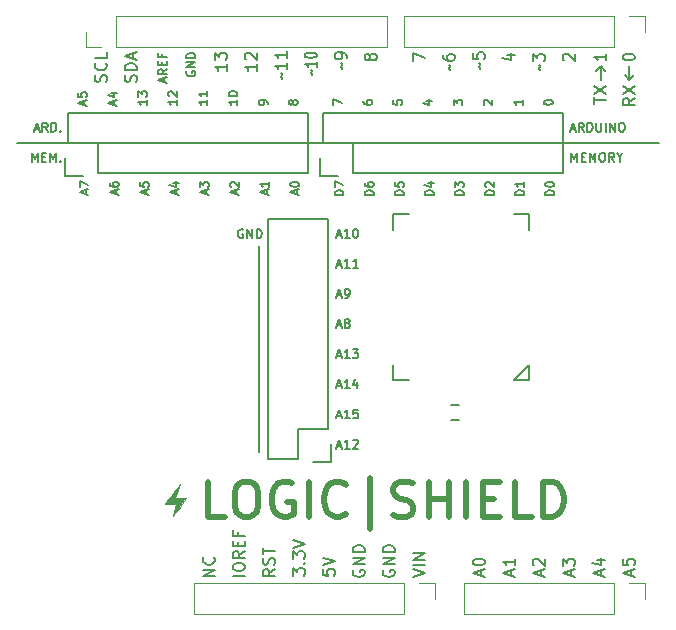
<source format=gto>
G04 #@! TF.FileFunction,Legend,Top*
%FSLAX46Y46*%
G04 Gerber Fmt 4.6, Leading zero omitted, Abs format (unit mm)*
G04 Created by KiCad (PCBNEW 4.0.5+dfsg1-4) date Fri Nov  2 19:26:51 2018*
%MOMM*%
%LPD*%
G01*
G04 APERTURE LIST*
%ADD10C,0.100000*%
%ADD11C,0.150000*%
%ADD12C,0.200000*%
%ADD13C,0.500000*%
%ADD14C,0.120000*%
%ADD15C,0.010000*%
%ADD16C,0.152400*%
G04 APERTURE END LIST*
D10*
D11*
X127436857Y-82675000D02*
X127794000Y-82675000D01*
X127365429Y-82889286D02*
X127615429Y-82139286D01*
X127865429Y-82889286D01*
X128544000Y-82889286D02*
X128294000Y-82532143D01*
X128115428Y-82889286D02*
X128115428Y-82139286D01*
X128401143Y-82139286D01*
X128472571Y-82175000D01*
X128508286Y-82210714D01*
X128544000Y-82282143D01*
X128544000Y-82389286D01*
X128508286Y-82460714D01*
X128472571Y-82496429D01*
X128401143Y-82532143D01*
X128115428Y-82532143D01*
X128865428Y-82889286D02*
X128865428Y-82139286D01*
X129044000Y-82139286D01*
X129151143Y-82175000D01*
X129222571Y-82246429D01*
X129258286Y-82317857D01*
X129294000Y-82460714D01*
X129294000Y-82567857D01*
X129258286Y-82710714D01*
X129222571Y-82782143D01*
X129151143Y-82853571D01*
X129044000Y-82889286D01*
X128865428Y-82889286D01*
X129615428Y-82817857D02*
X129651143Y-82853571D01*
X129615428Y-82889286D01*
X129579714Y-82853571D01*
X129615428Y-82817857D01*
X129615428Y-82889286D01*
X127222571Y-85429286D02*
X127222571Y-84679286D01*
X127472571Y-85215000D01*
X127722571Y-84679286D01*
X127722571Y-85429286D01*
X128079714Y-85036429D02*
X128329714Y-85036429D01*
X128436857Y-85429286D02*
X128079714Y-85429286D01*
X128079714Y-84679286D01*
X128436857Y-84679286D01*
X128758285Y-85429286D02*
X128758285Y-84679286D01*
X129008285Y-85215000D01*
X129258285Y-84679286D01*
X129258285Y-85429286D01*
X129615428Y-85357857D02*
X129651143Y-85393571D01*
X129615428Y-85429286D01*
X129579714Y-85393571D01*
X129615428Y-85357857D01*
X129615428Y-85429286D01*
X172831715Y-82675000D02*
X173188858Y-82675000D01*
X172760287Y-82889286D02*
X173010287Y-82139286D01*
X173260287Y-82889286D01*
X173938858Y-82889286D02*
X173688858Y-82532143D01*
X173510286Y-82889286D02*
X173510286Y-82139286D01*
X173796001Y-82139286D01*
X173867429Y-82175000D01*
X173903144Y-82210714D01*
X173938858Y-82282143D01*
X173938858Y-82389286D01*
X173903144Y-82460714D01*
X173867429Y-82496429D01*
X173796001Y-82532143D01*
X173510286Y-82532143D01*
X174260286Y-82889286D02*
X174260286Y-82139286D01*
X174438858Y-82139286D01*
X174546001Y-82175000D01*
X174617429Y-82246429D01*
X174653144Y-82317857D01*
X174688858Y-82460714D01*
X174688858Y-82567857D01*
X174653144Y-82710714D01*
X174617429Y-82782143D01*
X174546001Y-82853571D01*
X174438858Y-82889286D01*
X174260286Y-82889286D01*
X175010286Y-82139286D02*
X175010286Y-82746429D01*
X175046001Y-82817857D01*
X175081715Y-82853571D01*
X175153144Y-82889286D01*
X175296001Y-82889286D01*
X175367429Y-82853571D01*
X175403144Y-82817857D01*
X175438858Y-82746429D01*
X175438858Y-82139286D01*
X175796000Y-82889286D02*
X175796000Y-82139286D01*
X176153143Y-82889286D02*
X176153143Y-82139286D01*
X176581715Y-82889286D01*
X176581715Y-82139286D01*
X177081715Y-82139286D02*
X177224572Y-82139286D01*
X177296000Y-82175000D01*
X177367429Y-82246429D01*
X177403143Y-82389286D01*
X177403143Y-82639286D01*
X177367429Y-82782143D01*
X177296000Y-82853571D01*
X177224572Y-82889286D01*
X177081715Y-82889286D01*
X177010286Y-82853571D01*
X176938857Y-82782143D01*
X176903143Y-82639286D01*
X176903143Y-82389286D01*
X176938857Y-82246429D01*
X177010286Y-82175000D01*
X177081715Y-82139286D01*
X172899143Y-85429286D02*
X172899143Y-84679286D01*
X173149143Y-85215000D01*
X173399143Y-84679286D01*
X173399143Y-85429286D01*
X173756286Y-85036429D02*
X174006286Y-85036429D01*
X174113429Y-85429286D02*
X173756286Y-85429286D01*
X173756286Y-84679286D01*
X174113429Y-84679286D01*
X174434857Y-85429286D02*
X174434857Y-84679286D01*
X174684857Y-85215000D01*
X174934857Y-84679286D01*
X174934857Y-85429286D01*
X175434858Y-84679286D02*
X175577715Y-84679286D01*
X175649143Y-84715000D01*
X175720572Y-84786429D01*
X175756286Y-84929286D01*
X175756286Y-85179286D01*
X175720572Y-85322143D01*
X175649143Y-85393571D01*
X175577715Y-85429286D01*
X175434858Y-85429286D01*
X175363429Y-85393571D01*
X175292000Y-85322143D01*
X175256286Y-85179286D01*
X175256286Y-84929286D01*
X175292000Y-84786429D01*
X175363429Y-84715000D01*
X175434858Y-84679286D01*
X176506286Y-85429286D02*
X176256286Y-85072143D01*
X176077714Y-85429286D02*
X176077714Y-84679286D01*
X176363429Y-84679286D01*
X176434857Y-84715000D01*
X176470572Y-84750714D01*
X176506286Y-84822143D01*
X176506286Y-84929286D01*
X176470572Y-85000714D01*
X176434857Y-85036429D01*
X176363429Y-85072143D01*
X176077714Y-85072143D01*
X176970572Y-85072143D02*
X176970572Y-85429286D01*
X176720572Y-84679286D02*
X176970572Y-85072143D01*
X177220572Y-84679286D01*
D12*
X125984000Y-83820000D02*
X180340000Y-83820000D01*
D11*
X152716286Y-80664857D02*
X152716286Y-80164857D01*
X153466286Y-80486286D01*
X155266286Y-80272000D02*
X155266286Y-80414857D01*
X155302000Y-80486286D01*
X155337714Y-80522000D01*
X155444857Y-80593429D01*
X155587714Y-80629143D01*
X155873429Y-80629143D01*
X155944857Y-80593429D01*
X155980571Y-80557714D01*
X156016286Y-80486286D01*
X156016286Y-80343429D01*
X155980571Y-80272000D01*
X155944857Y-80236286D01*
X155873429Y-80200571D01*
X155694857Y-80200571D01*
X155623429Y-80236286D01*
X155587714Y-80272000D01*
X155552000Y-80343429D01*
X155552000Y-80486286D01*
X155587714Y-80557714D01*
X155623429Y-80593429D01*
X155694857Y-80629143D01*
X157816286Y-80236286D02*
X157816286Y-80593429D01*
X158173429Y-80629143D01*
X158137714Y-80593429D01*
X158102000Y-80522000D01*
X158102000Y-80343429D01*
X158137714Y-80272000D01*
X158173429Y-80236286D01*
X158244857Y-80200571D01*
X158423429Y-80200571D01*
X158494857Y-80236286D01*
X158530571Y-80272000D01*
X158566286Y-80343429D01*
X158566286Y-80522000D01*
X158530571Y-80593429D01*
X158494857Y-80629143D01*
X160616286Y-80272000D02*
X161116286Y-80272000D01*
X160330571Y-80450571D02*
X160866286Y-80629143D01*
X160866286Y-80164857D01*
X162916286Y-80664857D02*
X162916286Y-80200571D01*
X163202000Y-80450571D01*
X163202000Y-80343429D01*
X163237714Y-80272000D01*
X163273429Y-80236286D01*
X163344857Y-80200571D01*
X163523429Y-80200571D01*
X163594857Y-80236286D01*
X163630571Y-80272000D01*
X163666286Y-80343429D01*
X163666286Y-80557714D01*
X163630571Y-80629143D01*
X163594857Y-80664857D01*
X165537714Y-80629143D02*
X165502000Y-80593429D01*
X165466286Y-80522000D01*
X165466286Y-80343429D01*
X165502000Y-80272000D01*
X165537714Y-80236286D01*
X165609143Y-80200571D01*
X165680571Y-80200571D01*
X165787714Y-80236286D01*
X166216286Y-80664857D01*
X166216286Y-80200571D01*
X168766286Y-80200571D02*
X168766286Y-80629143D01*
X168766286Y-80414857D02*
X168016286Y-80414857D01*
X168123429Y-80486286D01*
X168194857Y-80557714D01*
X168230571Y-80629143D01*
X170566286Y-80450571D02*
X170566286Y-80379143D01*
X170602000Y-80307714D01*
X170637714Y-80272000D01*
X170709143Y-80236286D01*
X170852000Y-80200571D01*
X171030571Y-80200571D01*
X171173429Y-80236286D01*
X171244857Y-80272000D01*
X171280571Y-80307714D01*
X171316286Y-80379143D01*
X171316286Y-80450571D01*
X171280571Y-80522000D01*
X171244857Y-80557714D01*
X171173429Y-80593429D01*
X171030571Y-80629143D01*
X170852000Y-80629143D01*
X170709143Y-80593429D01*
X170637714Y-80557714D01*
X170602000Y-80522000D01*
X170566286Y-80450571D01*
X131662000Y-80629143D02*
X131662000Y-80272000D01*
X131876286Y-80700571D02*
X131126286Y-80450571D01*
X131876286Y-80200571D01*
X131126286Y-79593429D02*
X131126286Y-79950572D01*
X131483429Y-79986286D01*
X131447714Y-79950572D01*
X131412000Y-79879143D01*
X131412000Y-79700572D01*
X131447714Y-79629143D01*
X131483429Y-79593429D01*
X131554857Y-79557714D01*
X131733429Y-79557714D01*
X131804857Y-79593429D01*
X131840571Y-79629143D01*
X131876286Y-79700572D01*
X131876286Y-79879143D01*
X131840571Y-79950572D01*
X131804857Y-79986286D01*
X134212000Y-80629143D02*
X134212000Y-80272000D01*
X134426286Y-80700571D02*
X133676286Y-80450571D01*
X134426286Y-80200571D01*
X133926286Y-79629143D02*
X134426286Y-79629143D01*
X133640571Y-79807714D02*
X134176286Y-79986286D01*
X134176286Y-79522000D01*
X136976286Y-80200571D02*
X136976286Y-80629143D01*
X136976286Y-80414857D02*
X136226286Y-80414857D01*
X136333429Y-80486286D01*
X136404857Y-80557714D01*
X136440571Y-80629143D01*
X136226286Y-79950571D02*
X136226286Y-79486285D01*
X136512000Y-79736285D01*
X136512000Y-79629143D01*
X136547714Y-79557714D01*
X136583429Y-79522000D01*
X136654857Y-79486285D01*
X136833429Y-79486285D01*
X136904857Y-79522000D01*
X136940571Y-79557714D01*
X136976286Y-79629143D01*
X136976286Y-79843428D01*
X136940571Y-79914857D01*
X136904857Y-79950571D01*
X139526286Y-80200571D02*
X139526286Y-80629143D01*
X139526286Y-80414857D02*
X138776286Y-80414857D01*
X138883429Y-80486286D01*
X138954857Y-80557714D01*
X138990571Y-80629143D01*
X138847714Y-79914857D02*
X138812000Y-79879143D01*
X138776286Y-79807714D01*
X138776286Y-79629143D01*
X138812000Y-79557714D01*
X138847714Y-79522000D01*
X138919143Y-79486285D01*
X138990571Y-79486285D01*
X139097714Y-79522000D01*
X139526286Y-79950571D01*
X139526286Y-79486285D01*
X142076286Y-80200571D02*
X142076286Y-80629143D01*
X142076286Y-80414857D02*
X141326286Y-80414857D01*
X141433429Y-80486286D01*
X141504857Y-80557714D01*
X141540571Y-80629143D01*
X142076286Y-79486285D02*
X142076286Y-79914857D01*
X142076286Y-79700571D02*
X141326286Y-79700571D01*
X141433429Y-79772000D01*
X141504857Y-79843428D01*
X141540571Y-79914857D01*
X144626286Y-80200571D02*
X144626286Y-80629143D01*
X144626286Y-80414857D02*
X143876286Y-80414857D01*
X143983429Y-80486286D01*
X144054857Y-80557714D01*
X144090571Y-80629143D01*
X143876286Y-79736285D02*
X143876286Y-79664857D01*
X143912000Y-79593428D01*
X143947714Y-79557714D01*
X144019143Y-79522000D01*
X144162000Y-79486285D01*
X144340571Y-79486285D01*
X144483429Y-79522000D01*
X144554857Y-79557714D01*
X144590571Y-79593428D01*
X144626286Y-79664857D01*
X144626286Y-79736285D01*
X144590571Y-79807714D01*
X144554857Y-79843428D01*
X144483429Y-79879143D01*
X144340571Y-79914857D01*
X144162000Y-79914857D01*
X144019143Y-79879143D01*
X143947714Y-79843428D01*
X143912000Y-79807714D01*
X143876286Y-79736285D01*
X147176286Y-80557714D02*
X147176286Y-80414857D01*
X147140571Y-80343429D01*
X147104857Y-80307714D01*
X146997714Y-80236286D01*
X146854857Y-80200571D01*
X146569143Y-80200571D01*
X146497714Y-80236286D01*
X146462000Y-80272000D01*
X146426286Y-80343429D01*
X146426286Y-80486286D01*
X146462000Y-80557714D01*
X146497714Y-80593429D01*
X146569143Y-80629143D01*
X146747714Y-80629143D01*
X146819143Y-80593429D01*
X146854857Y-80557714D01*
X146890571Y-80486286D01*
X146890571Y-80343429D01*
X146854857Y-80272000D01*
X146819143Y-80236286D01*
X146747714Y-80200571D01*
X149297714Y-80486286D02*
X149262000Y-80557714D01*
X149226286Y-80593429D01*
X149154857Y-80629143D01*
X149119143Y-80629143D01*
X149047714Y-80593429D01*
X149012000Y-80557714D01*
X148976286Y-80486286D01*
X148976286Y-80343429D01*
X149012000Y-80272000D01*
X149047714Y-80236286D01*
X149119143Y-80200571D01*
X149154857Y-80200571D01*
X149226286Y-80236286D01*
X149262000Y-80272000D01*
X149297714Y-80343429D01*
X149297714Y-80486286D01*
X149333429Y-80557714D01*
X149369143Y-80593429D01*
X149440571Y-80629143D01*
X149583429Y-80629143D01*
X149654857Y-80593429D01*
X149690571Y-80557714D01*
X149726286Y-80486286D01*
X149726286Y-80343429D01*
X149690571Y-80272000D01*
X149654857Y-80236286D01*
X149583429Y-80200571D01*
X149440571Y-80200571D01*
X149369143Y-80236286D01*
X149333429Y-80272000D01*
X149297714Y-80343429D01*
X145097429Y-91192000D02*
X145026000Y-91156286D01*
X144918857Y-91156286D01*
X144811714Y-91192000D01*
X144740286Y-91263429D01*
X144704571Y-91334857D01*
X144668857Y-91477714D01*
X144668857Y-91584857D01*
X144704571Y-91727714D01*
X144740286Y-91799143D01*
X144811714Y-91870571D01*
X144918857Y-91906286D01*
X144990286Y-91906286D01*
X145097429Y-91870571D01*
X145133143Y-91834857D01*
X145133143Y-91584857D01*
X144990286Y-91584857D01*
X145454571Y-91906286D02*
X145454571Y-91156286D01*
X145883143Y-91906286D01*
X145883143Y-91156286D01*
X146240285Y-91906286D02*
X146240285Y-91156286D01*
X146418857Y-91156286D01*
X146526000Y-91192000D01*
X146597428Y-91263429D01*
X146633143Y-91334857D01*
X146668857Y-91477714D01*
X146668857Y-91584857D01*
X146633143Y-91727714D01*
X146597428Y-91799143D01*
X146526000Y-91870571D01*
X146418857Y-91906286D01*
X146240285Y-91906286D01*
D12*
X146431000Y-92583000D02*
X146431000Y-109982000D01*
D11*
X153050857Y-91657000D02*
X153408000Y-91657000D01*
X152979429Y-91871286D02*
X153229429Y-91121286D01*
X153479429Y-91871286D01*
X154122286Y-91871286D02*
X153693714Y-91871286D01*
X153908000Y-91871286D02*
X153908000Y-91121286D01*
X153836571Y-91228429D01*
X153765143Y-91299857D01*
X153693714Y-91335571D01*
X154586572Y-91121286D02*
X154658000Y-91121286D01*
X154729429Y-91157000D01*
X154765143Y-91192714D01*
X154800857Y-91264143D01*
X154836572Y-91407000D01*
X154836572Y-91585571D01*
X154800857Y-91728429D01*
X154765143Y-91799857D01*
X154729429Y-91835571D01*
X154658000Y-91871286D01*
X154586572Y-91871286D01*
X154515143Y-91835571D01*
X154479429Y-91799857D01*
X154443714Y-91728429D01*
X154408000Y-91585571D01*
X154408000Y-91407000D01*
X154443714Y-91264143D01*
X154479429Y-91192714D01*
X154515143Y-91157000D01*
X154586572Y-91121286D01*
X153050857Y-94207000D02*
X153408000Y-94207000D01*
X152979429Y-94421286D02*
X153229429Y-93671286D01*
X153479429Y-94421286D01*
X154122286Y-94421286D02*
X153693714Y-94421286D01*
X153908000Y-94421286D02*
X153908000Y-93671286D01*
X153836571Y-93778429D01*
X153765143Y-93849857D01*
X153693714Y-93885571D01*
X154836572Y-94421286D02*
X154408000Y-94421286D01*
X154622286Y-94421286D02*
X154622286Y-93671286D01*
X154550857Y-93778429D01*
X154479429Y-93849857D01*
X154408000Y-93885571D01*
X153050857Y-96757000D02*
X153408000Y-96757000D01*
X152979429Y-96971286D02*
X153229429Y-96221286D01*
X153479429Y-96971286D01*
X153765143Y-96971286D02*
X153908000Y-96971286D01*
X153979428Y-96935571D01*
X154015143Y-96899857D01*
X154086571Y-96792714D01*
X154122286Y-96649857D01*
X154122286Y-96364143D01*
X154086571Y-96292714D01*
X154050857Y-96257000D01*
X153979428Y-96221286D01*
X153836571Y-96221286D01*
X153765143Y-96257000D01*
X153729428Y-96292714D01*
X153693714Y-96364143D01*
X153693714Y-96542714D01*
X153729428Y-96614143D01*
X153765143Y-96649857D01*
X153836571Y-96685571D01*
X153979428Y-96685571D01*
X154050857Y-96649857D01*
X154086571Y-96614143D01*
X154122286Y-96542714D01*
X153050857Y-99307000D02*
X153408000Y-99307000D01*
X152979429Y-99521286D02*
X153229429Y-98771286D01*
X153479429Y-99521286D01*
X153836571Y-99092714D02*
X153765143Y-99057000D01*
X153729428Y-99021286D01*
X153693714Y-98949857D01*
X153693714Y-98914143D01*
X153729428Y-98842714D01*
X153765143Y-98807000D01*
X153836571Y-98771286D01*
X153979428Y-98771286D01*
X154050857Y-98807000D01*
X154086571Y-98842714D01*
X154122286Y-98914143D01*
X154122286Y-98949857D01*
X154086571Y-99021286D01*
X154050857Y-99057000D01*
X153979428Y-99092714D01*
X153836571Y-99092714D01*
X153765143Y-99128429D01*
X153729428Y-99164143D01*
X153693714Y-99235571D01*
X153693714Y-99378429D01*
X153729428Y-99449857D01*
X153765143Y-99485571D01*
X153836571Y-99521286D01*
X153979428Y-99521286D01*
X154050857Y-99485571D01*
X154086571Y-99449857D01*
X154122286Y-99378429D01*
X154122286Y-99235571D01*
X154086571Y-99164143D01*
X154050857Y-99128429D01*
X153979428Y-99092714D01*
X153050857Y-101857000D02*
X153408000Y-101857000D01*
X152979429Y-102071286D02*
X153229429Y-101321286D01*
X153479429Y-102071286D01*
X154122286Y-102071286D02*
X153693714Y-102071286D01*
X153908000Y-102071286D02*
X153908000Y-101321286D01*
X153836571Y-101428429D01*
X153765143Y-101499857D01*
X153693714Y-101535571D01*
X154372286Y-101321286D02*
X154836572Y-101321286D01*
X154586572Y-101607000D01*
X154693714Y-101607000D01*
X154765143Y-101642714D01*
X154800857Y-101678429D01*
X154836572Y-101749857D01*
X154836572Y-101928429D01*
X154800857Y-101999857D01*
X154765143Y-102035571D01*
X154693714Y-102071286D01*
X154479429Y-102071286D01*
X154408000Y-102035571D01*
X154372286Y-101999857D01*
X153050857Y-104407000D02*
X153408000Y-104407000D01*
X152979429Y-104621286D02*
X153229429Y-103871286D01*
X153479429Y-104621286D01*
X154122286Y-104621286D02*
X153693714Y-104621286D01*
X153908000Y-104621286D02*
X153908000Y-103871286D01*
X153836571Y-103978429D01*
X153765143Y-104049857D01*
X153693714Y-104085571D01*
X154765143Y-104121286D02*
X154765143Y-104621286D01*
X154586572Y-103835571D02*
X154408000Y-104371286D01*
X154872286Y-104371286D01*
X153050857Y-106957000D02*
X153408000Y-106957000D01*
X152979429Y-107171286D02*
X153229429Y-106421286D01*
X153479429Y-107171286D01*
X154122286Y-107171286D02*
X153693714Y-107171286D01*
X153908000Y-107171286D02*
X153908000Y-106421286D01*
X153836571Y-106528429D01*
X153765143Y-106599857D01*
X153693714Y-106635571D01*
X154800857Y-106421286D02*
X154443714Y-106421286D01*
X154408000Y-106778429D01*
X154443714Y-106742714D01*
X154515143Y-106707000D01*
X154693714Y-106707000D01*
X154765143Y-106742714D01*
X154800857Y-106778429D01*
X154836572Y-106849857D01*
X154836572Y-107028429D01*
X154800857Y-107099857D01*
X154765143Y-107135571D01*
X154693714Y-107171286D01*
X154515143Y-107171286D01*
X154443714Y-107135571D01*
X154408000Y-107099857D01*
X153050857Y-109507000D02*
X153408000Y-109507000D01*
X152979429Y-109721286D02*
X153229429Y-108971286D01*
X153479429Y-109721286D01*
X154122286Y-109721286D02*
X153693714Y-109721286D01*
X153908000Y-109721286D02*
X153908000Y-108971286D01*
X153836571Y-109078429D01*
X153765143Y-109149857D01*
X153693714Y-109185571D01*
X154408000Y-109042714D02*
X154443714Y-109007000D01*
X154515143Y-108971286D01*
X154693714Y-108971286D01*
X154765143Y-109007000D01*
X154800857Y-109042714D01*
X154836572Y-109114143D01*
X154836572Y-109185571D01*
X154800857Y-109292714D01*
X154372286Y-109721286D01*
X154836572Y-109721286D01*
X131789000Y-88209286D02*
X131789000Y-87852143D01*
X132003286Y-88280714D02*
X131253286Y-88030714D01*
X132003286Y-87780714D01*
X131253286Y-87602143D02*
X131253286Y-87102143D01*
X132003286Y-87423572D01*
X134339000Y-88209286D02*
X134339000Y-87852143D01*
X134553286Y-88280714D02*
X133803286Y-88030714D01*
X134553286Y-87780714D01*
X133803286Y-87209286D02*
X133803286Y-87352143D01*
X133839000Y-87423572D01*
X133874714Y-87459286D01*
X133981857Y-87530715D01*
X134124714Y-87566429D01*
X134410429Y-87566429D01*
X134481857Y-87530715D01*
X134517571Y-87495000D01*
X134553286Y-87423572D01*
X134553286Y-87280715D01*
X134517571Y-87209286D01*
X134481857Y-87173572D01*
X134410429Y-87137857D01*
X134231857Y-87137857D01*
X134160429Y-87173572D01*
X134124714Y-87209286D01*
X134089000Y-87280715D01*
X134089000Y-87423572D01*
X134124714Y-87495000D01*
X134160429Y-87530715D01*
X134231857Y-87566429D01*
X136889000Y-88209286D02*
X136889000Y-87852143D01*
X137103286Y-88280714D02*
X136353286Y-88030714D01*
X137103286Y-87780714D01*
X136353286Y-87173572D02*
X136353286Y-87530715D01*
X136710429Y-87566429D01*
X136674714Y-87530715D01*
X136639000Y-87459286D01*
X136639000Y-87280715D01*
X136674714Y-87209286D01*
X136710429Y-87173572D01*
X136781857Y-87137857D01*
X136960429Y-87137857D01*
X137031857Y-87173572D01*
X137067571Y-87209286D01*
X137103286Y-87280715D01*
X137103286Y-87459286D01*
X137067571Y-87530715D01*
X137031857Y-87566429D01*
X139439000Y-88209286D02*
X139439000Y-87852143D01*
X139653286Y-88280714D02*
X138903286Y-88030714D01*
X139653286Y-87780714D01*
X139153286Y-87209286D02*
X139653286Y-87209286D01*
X138867571Y-87387857D02*
X139403286Y-87566429D01*
X139403286Y-87102143D01*
X141989000Y-88209286D02*
X141989000Y-87852143D01*
X142203286Y-88280714D02*
X141453286Y-88030714D01*
X142203286Y-87780714D01*
X141453286Y-87602143D02*
X141453286Y-87137857D01*
X141739000Y-87387857D01*
X141739000Y-87280715D01*
X141774714Y-87209286D01*
X141810429Y-87173572D01*
X141881857Y-87137857D01*
X142060429Y-87137857D01*
X142131857Y-87173572D01*
X142167571Y-87209286D01*
X142203286Y-87280715D01*
X142203286Y-87495000D01*
X142167571Y-87566429D01*
X142131857Y-87602143D01*
X144539000Y-88209286D02*
X144539000Y-87852143D01*
X144753286Y-88280714D02*
X144003286Y-88030714D01*
X144753286Y-87780714D01*
X144074714Y-87566429D02*
X144039000Y-87530715D01*
X144003286Y-87459286D01*
X144003286Y-87280715D01*
X144039000Y-87209286D01*
X144074714Y-87173572D01*
X144146143Y-87137857D01*
X144217571Y-87137857D01*
X144324714Y-87173572D01*
X144753286Y-87602143D01*
X144753286Y-87137857D01*
X147089000Y-88209286D02*
X147089000Y-87852143D01*
X147303286Y-88280714D02*
X146553286Y-88030714D01*
X147303286Y-87780714D01*
X147303286Y-87137857D02*
X147303286Y-87566429D01*
X147303286Y-87352143D02*
X146553286Y-87352143D01*
X146660429Y-87423572D01*
X146731857Y-87495000D01*
X146767571Y-87566429D01*
X149639000Y-88209286D02*
X149639000Y-87852143D01*
X149853286Y-88280714D02*
X149103286Y-88030714D01*
X149853286Y-87780714D01*
X149103286Y-87387857D02*
X149103286Y-87316429D01*
X149139000Y-87245000D01*
X149174714Y-87209286D01*
X149246143Y-87173572D01*
X149389000Y-87137857D01*
X149567571Y-87137857D01*
X149710429Y-87173572D01*
X149781857Y-87209286D01*
X149817571Y-87245000D01*
X149853286Y-87316429D01*
X149853286Y-87387857D01*
X149817571Y-87459286D01*
X149781857Y-87495000D01*
X149710429Y-87530715D01*
X149567571Y-87566429D01*
X149389000Y-87566429D01*
X149246143Y-87530715D01*
X149174714Y-87495000D01*
X149139000Y-87459286D01*
X149103286Y-87387857D01*
X153593286Y-88280715D02*
X152843286Y-88280715D01*
X152843286Y-88102143D01*
X152879000Y-87995000D01*
X152950429Y-87923572D01*
X153021857Y-87887857D01*
X153164714Y-87852143D01*
X153271857Y-87852143D01*
X153414714Y-87887857D01*
X153486143Y-87923572D01*
X153557571Y-87995000D01*
X153593286Y-88102143D01*
X153593286Y-88280715D01*
X152843286Y-87602143D02*
X152843286Y-87102143D01*
X153593286Y-87423572D01*
X156143286Y-88280715D02*
X155393286Y-88280715D01*
X155393286Y-88102143D01*
X155429000Y-87995000D01*
X155500429Y-87923572D01*
X155571857Y-87887857D01*
X155714714Y-87852143D01*
X155821857Y-87852143D01*
X155964714Y-87887857D01*
X156036143Y-87923572D01*
X156107571Y-87995000D01*
X156143286Y-88102143D01*
X156143286Y-88280715D01*
X155393286Y-87209286D02*
X155393286Y-87352143D01*
X155429000Y-87423572D01*
X155464714Y-87459286D01*
X155571857Y-87530715D01*
X155714714Y-87566429D01*
X156000429Y-87566429D01*
X156071857Y-87530715D01*
X156107571Y-87495000D01*
X156143286Y-87423572D01*
X156143286Y-87280715D01*
X156107571Y-87209286D01*
X156071857Y-87173572D01*
X156000429Y-87137857D01*
X155821857Y-87137857D01*
X155750429Y-87173572D01*
X155714714Y-87209286D01*
X155679000Y-87280715D01*
X155679000Y-87423572D01*
X155714714Y-87495000D01*
X155750429Y-87530715D01*
X155821857Y-87566429D01*
X158693286Y-88280715D02*
X157943286Y-88280715D01*
X157943286Y-88102143D01*
X157979000Y-87995000D01*
X158050429Y-87923572D01*
X158121857Y-87887857D01*
X158264714Y-87852143D01*
X158371857Y-87852143D01*
X158514714Y-87887857D01*
X158586143Y-87923572D01*
X158657571Y-87995000D01*
X158693286Y-88102143D01*
X158693286Y-88280715D01*
X157943286Y-87173572D02*
X157943286Y-87530715D01*
X158300429Y-87566429D01*
X158264714Y-87530715D01*
X158229000Y-87459286D01*
X158229000Y-87280715D01*
X158264714Y-87209286D01*
X158300429Y-87173572D01*
X158371857Y-87137857D01*
X158550429Y-87137857D01*
X158621857Y-87173572D01*
X158657571Y-87209286D01*
X158693286Y-87280715D01*
X158693286Y-87459286D01*
X158657571Y-87530715D01*
X158621857Y-87566429D01*
X161243286Y-88280715D02*
X160493286Y-88280715D01*
X160493286Y-88102143D01*
X160529000Y-87995000D01*
X160600429Y-87923572D01*
X160671857Y-87887857D01*
X160814714Y-87852143D01*
X160921857Y-87852143D01*
X161064714Y-87887857D01*
X161136143Y-87923572D01*
X161207571Y-87995000D01*
X161243286Y-88102143D01*
X161243286Y-88280715D01*
X160743286Y-87209286D02*
X161243286Y-87209286D01*
X160457571Y-87387857D02*
X160993286Y-87566429D01*
X160993286Y-87102143D01*
X163793286Y-88280715D02*
X163043286Y-88280715D01*
X163043286Y-88102143D01*
X163079000Y-87995000D01*
X163150429Y-87923572D01*
X163221857Y-87887857D01*
X163364714Y-87852143D01*
X163471857Y-87852143D01*
X163614714Y-87887857D01*
X163686143Y-87923572D01*
X163757571Y-87995000D01*
X163793286Y-88102143D01*
X163793286Y-88280715D01*
X163043286Y-87602143D02*
X163043286Y-87137857D01*
X163329000Y-87387857D01*
X163329000Y-87280715D01*
X163364714Y-87209286D01*
X163400429Y-87173572D01*
X163471857Y-87137857D01*
X163650429Y-87137857D01*
X163721857Y-87173572D01*
X163757571Y-87209286D01*
X163793286Y-87280715D01*
X163793286Y-87495000D01*
X163757571Y-87566429D01*
X163721857Y-87602143D01*
X166343286Y-88280715D02*
X165593286Y-88280715D01*
X165593286Y-88102143D01*
X165629000Y-87995000D01*
X165700429Y-87923572D01*
X165771857Y-87887857D01*
X165914714Y-87852143D01*
X166021857Y-87852143D01*
X166164714Y-87887857D01*
X166236143Y-87923572D01*
X166307571Y-87995000D01*
X166343286Y-88102143D01*
X166343286Y-88280715D01*
X165664714Y-87566429D02*
X165629000Y-87530715D01*
X165593286Y-87459286D01*
X165593286Y-87280715D01*
X165629000Y-87209286D01*
X165664714Y-87173572D01*
X165736143Y-87137857D01*
X165807571Y-87137857D01*
X165914714Y-87173572D01*
X166343286Y-87602143D01*
X166343286Y-87137857D01*
X168893286Y-88280715D02*
X168143286Y-88280715D01*
X168143286Y-88102143D01*
X168179000Y-87995000D01*
X168250429Y-87923572D01*
X168321857Y-87887857D01*
X168464714Y-87852143D01*
X168571857Y-87852143D01*
X168714714Y-87887857D01*
X168786143Y-87923572D01*
X168857571Y-87995000D01*
X168893286Y-88102143D01*
X168893286Y-88280715D01*
X168893286Y-87137857D02*
X168893286Y-87566429D01*
X168893286Y-87352143D02*
X168143286Y-87352143D01*
X168250429Y-87423572D01*
X168321857Y-87495000D01*
X168357571Y-87566429D01*
X171443286Y-88280715D02*
X170693286Y-88280715D01*
X170693286Y-88102143D01*
X170729000Y-87995000D01*
X170800429Y-87923572D01*
X170871857Y-87887857D01*
X171014714Y-87852143D01*
X171121857Y-87852143D01*
X171264714Y-87887857D01*
X171336143Y-87923572D01*
X171407571Y-87995000D01*
X171443286Y-88102143D01*
X171443286Y-88280715D01*
X170693286Y-87387857D02*
X170693286Y-87316429D01*
X170729000Y-87245000D01*
X170764714Y-87209286D01*
X170836143Y-87173572D01*
X170979000Y-87137857D01*
X171157571Y-87137857D01*
X171300429Y-87173572D01*
X171371857Y-87209286D01*
X171407571Y-87245000D01*
X171443286Y-87316429D01*
X171443286Y-87387857D01*
X171407571Y-87459286D01*
X171371857Y-87495000D01*
X171300429Y-87530715D01*
X171157571Y-87566429D01*
X170979000Y-87566429D01*
X170836143Y-87530715D01*
X170764714Y-87495000D01*
X170729000Y-87459286D01*
X170693286Y-87387857D01*
X175839381Y-76295285D02*
X175839381Y-76866714D01*
X175839381Y-76581000D02*
X174839381Y-76581000D01*
X174982238Y-76676238D01*
X175077476Y-76771476D01*
X175125095Y-76866714D01*
X177252381Y-76628619D02*
X177252381Y-76533380D01*
X177300000Y-76438142D01*
X177347619Y-76390523D01*
X177442857Y-76342904D01*
X177633333Y-76295285D01*
X177871429Y-76295285D01*
X178061905Y-76342904D01*
X178157143Y-76390523D01*
X178204762Y-76438142D01*
X178252381Y-76533380D01*
X178252381Y-76628619D01*
X178204762Y-76723857D01*
X178157143Y-76771476D01*
X178061905Y-76819095D01*
X177871429Y-76866714D01*
X177633333Y-76866714D01*
X177442857Y-76819095D01*
X177347619Y-76771476D01*
X177300000Y-76723857D01*
X177252381Y-76628619D01*
D12*
X177800000Y-78486000D02*
X177418999Y-78105000D01*
X177800000Y-78486000D02*
X178181000Y-78105000D01*
X177800000Y-77343001D02*
X177800000Y-78486000D01*
X175387000Y-77343000D02*
X175768000Y-77724000D01*
X175387000Y-77343000D02*
X175006000Y-77724000D01*
X175387000Y-78486000D02*
X175387000Y-77343000D01*
D11*
X178252381Y-80049666D02*
X177776190Y-80383000D01*
X178252381Y-80621095D02*
X177252381Y-80621095D01*
X177252381Y-80240142D01*
X177300000Y-80144904D01*
X177347619Y-80097285D01*
X177442857Y-80049666D01*
X177585714Y-80049666D01*
X177680952Y-80097285D01*
X177728571Y-80144904D01*
X177776190Y-80240142D01*
X177776190Y-80621095D01*
X177252381Y-79716333D02*
X178252381Y-79049666D01*
X177252381Y-79049666D02*
X178252381Y-79716333D01*
X174839381Y-80517905D02*
X174839381Y-79946476D01*
X175839381Y-80232191D02*
X174839381Y-80232191D01*
X174839381Y-79708381D02*
X175839381Y-79041714D01*
X174839381Y-79041714D02*
X175839381Y-79708381D01*
X172267619Y-76866714D02*
X172220000Y-76819095D01*
X172172381Y-76723857D01*
X172172381Y-76485761D01*
X172220000Y-76390523D01*
X172267619Y-76342904D01*
X172362857Y-76295285D01*
X172458095Y-76295285D01*
X172600952Y-76342904D01*
X173172381Y-76914333D01*
X173172381Y-76295285D01*
X170251429Y-77700095D02*
X170203810Y-77652476D01*
X170156190Y-77557238D01*
X170251429Y-77366762D01*
X170203810Y-77271523D01*
X170156190Y-77223904D01*
X169632381Y-76938190D02*
X169632381Y-76319142D01*
X170013333Y-76652476D01*
X170013333Y-76509618D01*
X170060952Y-76414380D01*
X170108571Y-76366761D01*
X170203810Y-76319142D01*
X170441905Y-76319142D01*
X170537143Y-76366761D01*
X170584762Y-76414380D01*
X170632381Y-76509618D01*
X170632381Y-76795333D01*
X170584762Y-76890571D01*
X170537143Y-76938190D01*
X167425714Y-76390523D02*
X168092381Y-76390523D01*
X167044762Y-76628619D02*
X167759048Y-76866714D01*
X167759048Y-76247666D01*
X165171429Y-77573095D02*
X165123810Y-77525476D01*
X165076190Y-77430238D01*
X165171429Y-77239762D01*
X165123810Y-77144523D01*
X165076190Y-77096904D01*
X164552381Y-76239761D02*
X164552381Y-76715952D01*
X165028571Y-76763571D01*
X164980952Y-76715952D01*
X164933333Y-76620714D01*
X164933333Y-76382618D01*
X164980952Y-76287380D01*
X165028571Y-76239761D01*
X165123810Y-76192142D01*
X165361905Y-76192142D01*
X165457143Y-76239761D01*
X165504762Y-76287380D01*
X165552381Y-76382618D01*
X165552381Y-76620714D01*
X165504762Y-76715952D01*
X165457143Y-76763571D01*
X162631429Y-77700095D02*
X162583810Y-77652476D01*
X162536190Y-77557238D01*
X162631429Y-77366762D01*
X162583810Y-77271523D01*
X162536190Y-77223904D01*
X162012381Y-76414380D02*
X162012381Y-76604857D01*
X162060000Y-76700095D01*
X162107619Y-76747714D01*
X162250476Y-76842952D01*
X162440952Y-76890571D01*
X162821905Y-76890571D01*
X162917143Y-76842952D01*
X162964762Y-76795333D01*
X163012381Y-76700095D01*
X163012381Y-76509618D01*
X162964762Y-76414380D01*
X162917143Y-76366761D01*
X162821905Y-76319142D01*
X162583810Y-76319142D01*
X162488571Y-76366761D01*
X162440952Y-76414380D01*
X162393333Y-76509618D01*
X162393333Y-76700095D01*
X162440952Y-76795333D01*
X162488571Y-76842952D01*
X162583810Y-76890571D01*
X159472381Y-76914333D02*
X159472381Y-76247666D01*
X160472381Y-76676238D01*
X155836952Y-76676238D02*
X155789333Y-76771476D01*
X155741714Y-76819095D01*
X155646476Y-76866714D01*
X155598857Y-76866714D01*
X155503619Y-76819095D01*
X155456000Y-76771476D01*
X155408381Y-76676238D01*
X155408381Y-76485761D01*
X155456000Y-76390523D01*
X155503619Y-76342904D01*
X155598857Y-76295285D01*
X155646476Y-76295285D01*
X155741714Y-76342904D01*
X155789333Y-76390523D01*
X155836952Y-76485761D01*
X155836952Y-76676238D01*
X155884571Y-76771476D01*
X155932190Y-76819095D01*
X156027429Y-76866714D01*
X156217905Y-76866714D01*
X156313143Y-76819095D01*
X156360762Y-76771476D01*
X156408381Y-76676238D01*
X156408381Y-76485761D01*
X156360762Y-76390523D01*
X156313143Y-76342904D01*
X156217905Y-76295285D01*
X156027429Y-76295285D01*
X155932190Y-76342904D01*
X155884571Y-76390523D01*
X155836952Y-76485761D01*
X153487429Y-77573095D02*
X153439810Y-77525476D01*
X153392190Y-77430238D01*
X153487429Y-77239762D01*
X153439810Y-77144523D01*
X153392190Y-77096904D01*
X153868381Y-76668333D02*
X153868381Y-76477857D01*
X153820762Y-76382618D01*
X153773143Y-76334999D01*
X153630286Y-76239761D01*
X153439810Y-76192142D01*
X153058857Y-76192142D01*
X152963619Y-76239761D01*
X152916000Y-76287380D01*
X152868381Y-76382618D01*
X152868381Y-76573095D01*
X152916000Y-76668333D01*
X152963619Y-76715952D01*
X153058857Y-76763571D01*
X153296952Y-76763571D01*
X153392190Y-76715952D01*
X153439810Y-76668333D01*
X153487429Y-76573095D01*
X153487429Y-76382618D01*
X153439810Y-76287380D01*
X153392190Y-76239761D01*
X153296952Y-76192142D01*
X150947429Y-78060429D02*
X150899810Y-78022333D01*
X150852190Y-77946143D01*
X150947429Y-77793762D01*
X150899810Y-77717571D01*
X150852190Y-77679476D01*
X151328381Y-76955666D02*
X151328381Y-77412809D01*
X151328381Y-77184238D02*
X150328381Y-77184238D01*
X150471238Y-77260428D01*
X150566476Y-77336619D01*
X150614095Y-77412809D01*
X150328381Y-76460428D02*
X150328381Y-76384237D01*
X150376000Y-76308047D01*
X150423619Y-76269952D01*
X150518857Y-76231856D01*
X150709333Y-76193761D01*
X150947429Y-76193761D01*
X151137905Y-76231856D01*
X151233143Y-76269952D01*
X151280762Y-76308047D01*
X151328381Y-76384237D01*
X151328381Y-76460428D01*
X151280762Y-76536618D01*
X151233143Y-76574714D01*
X151137905Y-76612809D01*
X150947429Y-76650904D01*
X150709333Y-76650904D01*
X150518857Y-76612809D01*
X150423619Y-76574714D01*
X150376000Y-76536618D01*
X150328381Y-76460428D01*
X148407429Y-78430286D02*
X148359810Y-78382667D01*
X148312190Y-78287429D01*
X148407429Y-78096953D01*
X148359810Y-78001714D01*
X148312190Y-77954095D01*
X148788381Y-77049333D02*
X148788381Y-77620762D01*
X148788381Y-77335048D02*
X147788381Y-77335048D01*
X147931238Y-77430286D01*
X148026476Y-77525524D01*
X148074095Y-77620762D01*
X148788381Y-76096952D02*
X148788381Y-76668381D01*
X148788381Y-76382667D02*
X147788381Y-76382667D01*
X147931238Y-76477905D01*
X148026476Y-76573143D01*
X148074095Y-76668381D01*
X146248381Y-77152476D02*
X146248381Y-77723905D01*
X146248381Y-77438191D02*
X145248381Y-77438191D01*
X145391238Y-77533429D01*
X145486476Y-77628667D01*
X145534095Y-77723905D01*
X145343619Y-76771524D02*
X145296000Y-76723905D01*
X145248381Y-76628667D01*
X145248381Y-76390571D01*
X145296000Y-76295333D01*
X145343619Y-76247714D01*
X145438857Y-76200095D01*
X145534095Y-76200095D01*
X145676952Y-76247714D01*
X146248381Y-76819143D01*
X146248381Y-76200095D01*
X143708381Y-77152476D02*
X143708381Y-77723905D01*
X143708381Y-77438191D02*
X142708381Y-77438191D01*
X142851238Y-77533429D01*
X142946476Y-77628667D01*
X142994095Y-77723905D01*
X142708381Y-76819143D02*
X142708381Y-76200095D01*
X143089333Y-76533429D01*
X143089333Y-76390571D01*
X143136952Y-76295333D01*
X143184571Y-76247714D01*
X143279810Y-76200095D01*
X143517905Y-76200095D01*
X143613143Y-76247714D01*
X143660762Y-76295333D01*
X143708381Y-76390571D01*
X143708381Y-76676286D01*
X143660762Y-76771524D01*
X143613143Y-76819143D01*
X140341000Y-77787428D02*
X140305286Y-77858857D01*
X140305286Y-77966000D01*
X140341000Y-78073143D01*
X140412429Y-78144571D01*
X140483857Y-78180286D01*
X140626714Y-78216000D01*
X140733857Y-78216000D01*
X140876714Y-78180286D01*
X140948143Y-78144571D01*
X141019571Y-78073143D01*
X141055286Y-77966000D01*
X141055286Y-77894571D01*
X141019571Y-77787428D01*
X140983857Y-77751714D01*
X140733857Y-77751714D01*
X140733857Y-77894571D01*
X141055286Y-77430286D02*
X140305286Y-77430286D01*
X141055286Y-77001714D01*
X140305286Y-77001714D01*
X141055286Y-76644572D02*
X140305286Y-76644572D01*
X140305286Y-76466000D01*
X140341000Y-76358857D01*
X140412429Y-76287429D01*
X140483857Y-76251714D01*
X140626714Y-76216000D01*
X140733857Y-76216000D01*
X140876714Y-76251714D01*
X140948143Y-76287429D01*
X141019571Y-76358857D01*
X141055286Y-76466000D01*
X141055286Y-76644572D01*
X138428000Y-78716000D02*
X138428000Y-78358857D01*
X138642286Y-78787428D02*
X137892286Y-78537428D01*
X138642286Y-78287428D01*
X138642286Y-77608857D02*
X138285143Y-77858857D01*
X138642286Y-78037429D02*
X137892286Y-78037429D01*
X137892286Y-77751714D01*
X137928000Y-77680286D01*
X137963714Y-77644571D01*
X138035143Y-77608857D01*
X138142286Y-77608857D01*
X138213714Y-77644571D01*
X138249429Y-77680286D01*
X138285143Y-77751714D01*
X138285143Y-78037429D01*
X138249429Y-77287429D02*
X138249429Y-77037429D01*
X138642286Y-76930286D02*
X138642286Y-77287429D01*
X137892286Y-77287429D01*
X137892286Y-76930286D01*
X138249429Y-76358858D02*
X138249429Y-76608858D01*
X138642286Y-76608858D02*
X137892286Y-76608858D01*
X137892286Y-76251715D01*
X133500762Y-78660476D02*
X133548381Y-78517619D01*
X133548381Y-78279523D01*
X133500762Y-78184285D01*
X133453143Y-78136666D01*
X133357905Y-78089047D01*
X133262667Y-78089047D01*
X133167429Y-78136666D01*
X133119810Y-78184285D01*
X133072190Y-78279523D01*
X133024571Y-78470000D01*
X132976952Y-78565238D01*
X132929333Y-78612857D01*
X132834095Y-78660476D01*
X132738857Y-78660476D01*
X132643619Y-78612857D01*
X132596000Y-78565238D01*
X132548381Y-78470000D01*
X132548381Y-78231904D01*
X132596000Y-78089047D01*
X133453143Y-77089047D02*
X133500762Y-77136666D01*
X133548381Y-77279523D01*
X133548381Y-77374761D01*
X133500762Y-77517619D01*
X133405524Y-77612857D01*
X133310286Y-77660476D01*
X133119810Y-77708095D01*
X132976952Y-77708095D01*
X132786476Y-77660476D01*
X132691238Y-77612857D01*
X132596000Y-77517619D01*
X132548381Y-77374761D01*
X132548381Y-77279523D01*
X132596000Y-77136666D01*
X132643619Y-77089047D01*
X133548381Y-76184285D02*
X133548381Y-76660476D01*
X132548381Y-76660476D01*
X136040762Y-78684286D02*
X136088381Y-78541429D01*
X136088381Y-78303333D01*
X136040762Y-78208095D01*
X135993143Y-78160476D01*
X135897905Y-78112857D01*
X135802667Y-78112857D01*
X135707429Y-78160476D01*
X135659810Y-78208095D01*
X135612190Y-78303333D01*
X135564571Y-78493810D01*
X135516952Y-78589048D01*
X135469333Y-78636667D01*
X135374095Y-78684286D01*
X135278857Y-78684286D01*
X135183619Y-78636667D01*
X135136000Y-78589048D01*
X135088381Y-78493810D01*
X135088381Y-78255714D01*
X135136000Y-78112857D01*
X136088381Y-77684286D02*
X135088381Y-77684286D01*
X135088381Y-77446191D01*
X135136000Y-77303333D01*
X135231238Y-77208095D01*
X135326476Y-77160476D01*
X135516952Y-77112857D01*
X135659810Y-77112857D01*
X135850286Y-77160476D01*
X135945524Y-77208095D01*
X136040762Y-77303333D01*
X136088381Y-77446191D01*
X136088381Y-77684286D01*
X135802667Y-76731905D02*
X135802667Y-76255714D01*
X136088381Y-76827143D02*
X135088381Y-76493810D01*
X136088381Y-76160476D01*
X177966667Y-120475286D02*
X177966667Y-119999095D01*
X178252381Y-120570524D02*
X177252381Y-120237191D01*
X178252381Y-119903857D01*
X177252381Y-119094333D02*
X177252381Y-119570524D01*
X177728571Y-119618143D01*
X177680952Y-119570524D01*
X177633333Y-119475286D01*
X177633333Y-119237190D01*
X177680952Y-119141952D01*
X177728571Y-119094333D01*
X177823810Y-119046714D01*
X178061905Y-119046714D01*
X178157143Y-119094333D01*
X178204762Y-119141952D01*
X178252381Y-119237190D01*
X178252381Y-119475286D01*
X178204762Y-119570524D01*
X178157143Y-119618143D01*
X175426667Y-120475286D02*
X175426667Y-119999095D01*
X175712381Y-120570524D02*
X174712381Y-120237191D01*
X175712381Y-119903857D01*
X175045714Y-119141952D02*
X175712381Y-119141952D01*
X174664762Y-119380048D02*
X175379048Y-119618143D01*
X175379048Y-118999095D01*
X172886667Y-120475286D02*
X172886667Y-119999095D01*
X173172381Y-120570524D02*
X172172381Y-120237191D01*
X173172381Y-119903857D01*
X172172381Y-119665762D02*
X172172381Y-119046714D01*
X172553333Y-119380048D01*
X172553333Y-119237190D01*
X172600952Y-119141952D01*
X172648571Y-119094333D01*
X172743810Y-119046714D01*
X172981905Y-119046714D01*
X173077143Y-119094333D01*
X173124762Y-119141952D01*
X173172381Y-119237190D01*
X173172381Y-119522905D01*
X173124762Y-119618143D01*
X173077143Y-119665762D01*
X170346667Y-120475286D02*
X170346667Y-119999095D01*
X170632381Y-120570524D02*
X169632381Y-120237191D01*
X170632381Y-119903857D01*
X169727619Y-119618143D02*
X169680000Y-119570524D01*
X169632381Y-119475286D01*
X169632381Y-119237190D01*
X169680000Y-119141952D01*
X169727619Y-119094333D01*
X169822857Y-119046714D01*
X169918095Y-119046714D01*
X170060952Y-119094333D01*
X170632381Y-119665762D01*
X170632381Y-119046714D01*
X167806667Y-120475286D02*
X167806667Y-119999095D01*
X168092381Y-120570524D02*
X167092381Y-120237191D01*
X168092381Y-119903857D01*
X168092381Y-119046714D02*
X168092381Y-119618143D01*
X168092381Y-119332429D02*
X167092381Y-119332429D01*
X167235238Y-119427667D01*
X167330476Y-119522905D01*
X167378095Y-119618143D01*
X165266667Y-120475286D02*
X165266667Y-119999095D01*
X165552381Y-120570524D02*
X164552381Y-120237191D01*
X165552381Y-119903857D01*
X164552381Y-119380048D02*
X164552381Y-119284809D01*
X164600000Y-119189571D01*
X164647619Y-119141952D01*
X164742857Y-119094333D01*
X164933333Y-119046714D01*
X165171429Y-119046714D01*
X165361905Y-119094333D01*
X165457143Y-119141952D01*
X165504762Y-119189571D01*
X165552381Y-119284809D01*
X165552381Y-119380048D01*
X165504762Y-119475286D01*
X165457143Y-119522905D01*
X165361905Y-119570524D01*
X165171429Y-119618143D01*
X164933333Y-119618143D01*
X164742857Y-119570524D01*
X164647619Y-119522905D01*
X164600000Y-119475286D01*
X164552381Y-119380048D01*
X159472381Y-120602238D02*
X160472381Y-120268905D01*
X159472381Y-119935571D01*
X160472381Y-119602238D02*
X159472381Y-119602238D01*
X160472381Y-119126048D02*
X159472381Y-119126048D01*
X160472381Y-118554619D01*
X159472381Y-118554619D01*
X156980000Y-120014904D02*
X156932381Y-120110142D01*
X156932381Y-120252999D01*
X156980000Y-120395857D01*
X157075238Y-120491095D01*
X157170476Y-120538714D01*
X157360952Y-120586333D01*
X157503810Y-120586333D01*
X157694286Y-120538714D01*
X157789524Y-120491095D01*
X157884762Y-120395857D01*
X157932381Y-120252999D01*
X157932381Y-120157761D01*
X157884762Y-120014904D01*
X157837143Y-119967285D01*
X157503810Y-119967285D01*
X157503810Y-120157761D01*
X157932381Y-119538714D02*
X156932381Y-119538714D01*
X157932381Y-118967285D01*
X156932381Y-118967285D01*
X157932381Y-118491095D02*
X156932381Y-118491095D01*
X156932381Y-118253000D01*
X156980000Y-118110142D01*
X157075238Y-118014904D01*
X157170476Y-117967285D01*
X157360952Y-117919666D01*
X157503810Y-117919666D01*
X157694286Y-117967285D01*
X157789524Y-118014904D01*
X157884762Y-118110142D01*
X157932381Y-118253000D01*
X157932381Y-118491095D01*
X154440000Y-120014904D02*
X154392381Y-120110142D01*
X154392381Y-120252999D01*
X154440000Y-120395857D01*
X154535238Y-120491095D01*
X154630476Y-120538714D01*
X154820952Y-120586333D01*
X154963810Y-120586333D01*
X155154286Y-120538714D01*
X155249524Y-120491095D01*
X155344762Y-120395857D01*
X155392381Y-120252999D01*
X155392381Y-120157761D01*
X155344762Y-120014904D01*
X155297143Y-119967285D01*
X154963810Y-119967285D01*
X154963810Y-120157761D01*
X155392381Y-119538714D02*
X154392381Y-119538714D01*
X155392381Y-118967285D01*
X154392381Y-118967285D01*
X155392381Y-118491095D02*
X154392381Y-118491095D01*
X154392381Y-118253000D01*
X154440000Y-118110142D01*
X154535238Y-118014904D01*
X154630476Y-117967285D01*
X154820952Y-117919666D01*
X154963810Y-117919666D01*
X155154286Y-117967285D01*
X155249524Y-118014904D01*
X155344762Y-118110142D01*
X155392381Y-118253000D01*
X155392381Y-118491095D01*
X151852381Y-119951476D02*
X151852381Y-120427667D01*
X152328571Y-120475286D01*
X152280952Y-120427667D01*
X152233333Y-120332429D01*
X152233333Y-120094333D01*
X152280952Y-119999095D01*
X152328571Y-119951476D01*
X152423810Y-119903857D01*
X152661905Y-119903857D01*
X152757143Y-119951476D01*
X152804762Y-119999095D01*
X152852381Y-120094333D01*
X152852381Y-120332429D01*
X152804762Y-120427667D01*
X152757143Y-120475286D01*
X151852381Y-119618143D02*
X152852381Y-119284810D01*
X151852381Y-118951476D01*
X149312381Y-120475190D02*
X149312381Y-119856142D01*
X149693333Y-120189476D01*
X149693333Y-120046618D01*
X149740952Y-119951380D01*
X149788571Y-119903761D01*
X149883810Y-119856142D01*
X150121905Y-119856142D01*
X150217143Y-119903761D01*
X150264762Y-119951380D01*
X150312381Y-120046618D01*
X150312381Y-120332333D01*
X150264762Y-120427571D01*
X150217143Y-120475190D01*
X150217143Y-119427571D02*
X150264762Y-119379952D01*
X150312381Y-119427571D01*
X150264762Y-119475190D01*
X150217143Y-119427571D01*
X150312381Y-119427571D01*
X149312381Y-119046619D02*
X149312381Y-118427571D01*
X149693333Y-118760905D01*
X149693333Y-118618047D01*
X149740952Y-118522809D01*
X149788571Y-118475190D01*
X149883810Y-118427571D01*
X150121905Y-118427571D01*
X150217143Y-118475190D01*
X150264762Y-118522809D01*
X150312381Y-118618047D01*
X150312381Y-118903762D01*
X150264762Y-118999000D01*
X150217143Y-119046619D01*
X149312381Y-118141857D02*
X150312381Y-117808524D01*
X149312381Y-117475190D01*
X147772381Y-119927619D02*
X147296190Y-120260953D01*
X147772381Y-120499048D02*
X146772381Y-120499048D01*
X146772381Y-120118095D01*
X146820000Y-120022857D01*
X146867619Y-119975238D01*
X146962857Y-119927619D01*
X147105714Y-119927619D01*
X147200952Y-119975238D01*
X147248571Y-120022857D01*
X147296190Y-120118095D01*
X147296190Y-120499048D01*
X147724762Y-119546667D02*
X147772381Y-119403810D01*
X147772381Y-119165714D01*
X147724762Y-119070476D01*
X147677143Y-119022857D01*
X147581905Y-118975238D01*
X147486667Y-118975238D01*
X147391429Y-119022857D01*
X147343810Y-119070476D01*
X147296190Y-119165714D01*
X147248571Y-119356191D01*
X147200952Y-119451429D01*
X147153333Y-119499048D01*
X147058095Y-119546667D01*
X146962857Y-119546667D01*
X146867619Y-119499048D01*
X146820000Y-119451429D01*
X146772381Y-119356191D01*
X146772381Y-119118095D01*
X146820000Y-118975238D01*
X146772381Y-118689524D02*
X146772381Y-118118095D01*
X147772381Y-118403810D02*
X146772381Y-118403810D01*
X145232381Y-120522762D02*
X144232381Y-120522762D01*
X144232381Y-119856096D02*
X144232381Y-119665619D01*
X144280000Y-119570381D01*
X144375238Y-119475143D01*
X144565714Y-119427524D01*
X144899048Y-119427524D01*
X145089524Y-119475143D01*
X145184762Y-119570381D01*
X145232381Y-119665619D01*
X145232381Y-119856096D01*
X145184762Y-119951334D01*
X145089524Y-120046572D01*
X144899048Y-120094191D01*
X144565714Y-120094191D01*
X144375238Y-120046572D01*
X144280000Y-119951334D01*
X144232381Y-119856096D01*
X145232381Y-118427524D02*
X144756190Y-118760858D01*
X145232381Y-118998953D02*
X144232381Y-118998953D01*
X144232381Y-118618000D01*
X144280000Y-118522762D01*
X144327619Y-118475143D01*
X144422857Y-118427524D01*
X144565714Y-118427524D01*
X144660952Y-118475143D01*
X144708571Y-118522762D01*
X144756190Y-118618000D01*
X144756190Y-118998953D01*
X144708571Y-117998953D02*
X144708571Y-117665619D01*
X145232381Y-117522762D02*
X145232381Y-117998953D01*
X144232381Y-117998953D01*
X144232381Y-117522762D01*
X144708571Y-116760857D02*
X144708571Y-117094191D01*
X145232381Y-117094191D02*
X144232381Y-117094191D01*
X144232381Y-116618000D01*
X142692381Y-120546714D02*
X141692381Y-120546714D01*
X142692381Y-119975285D01*
X141692381Y-119975285D01*
X142597143Y-118927666D02*
X142644762Y-118975285D01*
X142692381Y-119118142D01*
X142692381Y-119213380D01*
X142644762Y-119356238D01*
X142549524Y-119451476D01*
X142454286Y-119499095D01*
X142263810Y-119546714D01*
X142120952Y-119546714D01*
X141930476Y-119499095D01*
X141835238Y-119451476D01*
X141740000Y-119356238D01*
X141692381Y-119213380D01*
X141692381Y-119118142D01*
X141740000Y-118975285D01*
X141787619Y-118927666D01*
D13*
X143527572Y-115530143D02*
X142099001Y-115530143D01*
X142099001Y-112530143D01*
X145099000Y-112530143D02*
X145670429Y-112530143D01*
X145956143Y-112673000D01*
X146241857Y-112958714D01*
X146384715Y-113530143D01*
X146384715Y-114530143D01*
X146241857Y-115101571D01*
X145956143Y-115387286D01*
X145670429Y-115530143D01*
X145099000Y-115530143D01*
X144813286Y-115387286D01*
X144527572Y-115101571D01*
X144384715Y-114530143D01*
X144384715Y-113530143D01*
X144527572Y-112958714D01*
X144813286Y-112673000D01*
X145099000Y-112530143D01*
X149241857Y-112673000D02*
X148956143Y-112530143D01*
X148527572Y-112530143D01*
X148099000Y-112673000D01*
X147813286Y-112958714D01*
X147670429Y-113244429D01*
X147527572Y-113815857D01*
X147527572Y-114244429D01*
X147670429Y-114815857D01*
X147813286Y-115101571D01*
X148099000Y-115387286D01*
X148527572Y-115530143D01*
X148813286Y-115530143D01*
X149241857Y-115387286D01*
X149384714Y-115244429D01*
X149384714Y-114244429D01*
X148813286Y-114244429D01*
X150670429Y-115530143D02*
X150670429Y-112530143D01*
X153813285Y-115244429D02*
X153670428Y-115387286D01*
X153241857Y-115530143D01*
X152956143Y-115530143D01*
X152527571Y-115387286D01*
X152241857Y-115101571D01*
X152099000Y-114815857D01*
X151956143Y-114244429D01*
X151956143Y-113815857D01*
X152099000Y-113244429D01*
X152241857Y-112958714D01*
X152527571Y-112673000D01*
X152956143Y-112530143D01*
X153241857Y-112530143D01*
X153670428Y-112673000D01*
X153813285Y-112815857D01*
X155813285Y-116530143D02*
X155813285Y-112244429D01*
X157813286Y-115387286D02*
X158241857Y-115530143D01*
X158956143Y-115530143D01*
X159241857Y-115387286D01*
X159384714Y-115244429D01*
X159527571Y-114958714D01*
X159527571Y-114673000D01*
X159384714Y-114387286D01*
X159241857Y-114244429D01*
X158956143Y-114101571D01*
X158384714Y-113958714D01*
X158099000Y-113815857D01*
X157956143Y-113673000D01*
X157813286Y-113387286D01*
X157813286Y-113101571D01*
X157956143Y-112815857D01*
X158099000Y-112673000D01*
X158384714Y-112530143D01*
X159099000Y-112530143D01*
X159527571Y-112673000D01*
X160813286Y-115530143D02*
X160813286Y-112530143D01*
X160813286Y-113958714D02*
X162527571Y-113958714D01*
X162527571Y-115530143D02*
X162527571Y-112530143D01*
X163956143Y-115530143D02*
X163956143Y-112530143D01*
X165384714Y-113958714D02*
X166384714Y-113958714D01*
X166813285Y-115530143D02*
X165384714Y-115530143D01*
X165384714Y-112530143D01*
X166813285Y-112530143D01*
X169527571Y-115530143D02*
X168099000Y-115530143D01*
X168099000Y-112530143D01*
X170527571Y-115530143D02*
X170527571Y-112530143D01*
X171241856Y-112530143D01*
X171670428Y-112673000D01*
X171956142Y-112958714D01*
X172098999Y-113244429D01*
X172241856Y-113815857D01*
X172241856Y-114244429D01*
X172098999Y-114815857D01*
X171956142Y-115101571D01*
X171670428Y-115387286D01*
X171241856Y-115530143D01*
X170527571Y-115530143D01*
D11*
X172212000Y-81280000D02*
X151892000Y-81280000D01*
X154432000Y-86360000D02*
X172212000Y-86360000D01*
X172212000Y-81280000D02*
X172212000Y-86360000D01*
X151892000Y-81280000D02*
X151892000Y-83820000D01*
X151612000Y-85090000D02*
X151612000Y-86640000D01*
X151892000Y-83820000D02*
X154432000Y-83820000D01*
X154432000Y-83820000D02*
X154432000Y-86360000D01*
X151612000Y-86640000D02*
X153162000Y-86640000D01*
D14*
X163770000Y-121098000D02*
X163770000Y-123758000D01*
X176530000Y-121098000D02*
X163770000Y-121098000D01*
X176530000Y-123758000D02*
X163770000Y-123758000D01*
X176530000Y-121098000D02*
X176530000Y-123758000D01*
X177800000Y-121098000D02*
X179130000Y-121098000D01*
X179130000Y-121098000D02*
X179130000Y-122428000D01*
X158690000Y-73092000D02*
X158690000Y-75752000D01*
X176530000Y-73092000D02*
X158690000Y-73092000D01*
X176530000Y-75752000D02*
X158690000Y-75752000D01*
X176530000Y-73092000D02*
X176530000Y-75752000D01*
X177800000Y-73092000D02*
X179130000Y-73092000D01*
X179130000Y-73092000D02*
X179130000Y-74422000D01*
X140910000Y-121098000D02*
X140910000Y-123758000D01*
X158750000Y-121098000D02*
X140910000Y-121098000D01*
X158750000Y-123758000D02*
X140910000Y-123758000D01*
X158750000Y-121098000D02*
X158750000Y-123758000D01*
X160020000Y-121098000D02*
X161350000Y-121098000D01*
X161350000Y-121098000D02*
X161350000Y-122428000D01*
D15*
G36*
X139760354Y-112756280D02*
X139750217Y-112784466D01*
X139733787Y-112827983D01*
X139708911Y-112894720D01*
X139677172Y-112980361D01*
X139640152Y-113080591D01*
X139599436Y-113191096D01*
X139556605Y-113307559D01*
X139513244Y-113425667D01*
X139470936Y-113541103D01*
X139431264Y-113649553D01*
X139395811Y-113746701D01*
X139366161Y-113828233D01*
X139343896Y-113889832D01*
X139330600Y-113927185D01*
X139327467Y-113936684D01*
X139343695Y-113938675D01*
X139389563Y-113940765D01*
X139460844Y-113942853D01*
X139553310Y-113944838D01*
X139662736Y-113946617D01*
X139784895Y-113948090D01*
X139814591Y-113948377D01*
X140301716Y-113952867D01*
X139740305Y-114695173D01*
X139634629Y-114834761D01*
X139534696Y-114966499D01*
X139442438Y-115087856D01*
X139359787Y-115196304D01*
X139288676Y-115289314D01*
X139231036Y-115364356D01*
X139188800Y-115418901D01*
X139163900Y-115450420D01*
X139158144Y-115457173D01*
X139144070Y-115465999D01*
X139146061Y-115447084D01*
X139147214Y-115443000D01*
X139157713Y-115405649D01*
X139174754Y-115343666D01*
X139197064Y-115261800D01*
X139223364Y-115164801D01*
X139252378Y-115057418D01*
X139282831Y-114944400D01*
X139313445Y-114830498D01*
X139342944Y-114720459D01*
X139370053Y-114619034D01*
X139393493Y-114530973D01*
X139411990Y-114461023D01*
X139424266Y-114413936D01*
X139429046Y-114394460D01*
X139429066Y-114394256D01*
X139412847Y-114391773D01*
X139367046Y-114389529D01*
X139295947Y-114387610D01*
X139203835Y-114386104D01*
X139094993Y-114385096D01*
X138973706Y-114384674D01*
X138954933Y-114384666D01*
X138832166Y-114384377D01*
X138721210Y-114383560D01*
X138626347Y-114382292D01*
X138551864Y-114380649D01*
X138502043Y-114378707D01*
X138481169Y-114376544D01*
X138480800Y-114376209D01*
X138490903Y-114361927D01*
X138519747Y-114323840D01*
X138565133Y-114264757D01*
X138624861Y-114187491D01*
X138696734Y-114094852D01*
X138778551Y-113989653D01*
X138868115Y-113874704D01*
X138963226Y-113752817D01*
X139061685Y-113626803D01*
X139161294Y-113499473D01*
X139259853Y-113373639D01*
X139355164Y-113252112D01*
X139445028Y-113137702D01*
X139527246Y-113033223D01*
X139599618Y-112941484D01*
X139659947Y-112865298D01*
X139706033Y-112807475D01*
X139735678Y-112770826D01*
X139745666Y-112759067D01*
X139760370Y-112745877D01*
X139760354Y-112756280D01*
X139760354Y-112756280D01*
G37*
X139760354Y-112756280D02*
X139750217Y-112784466D01*
X139733787Y-112827983D01*
X139708911Y-112894720D01*
X139677172Y-112980361D01*
X139640152Y-113080591D01*
X139599436Y-113191096D01*
X139556605Y-113307559D01*
X139513244Y-113425667D01*
X139470936Y-113541103D01*
X139431264Y-113649553D01*
X139395811Y-113746701D01*
X139366161Y-113828233D01*
X139343896Y-113889832D01*
X139330600Y-113927185D01*
X139327467Y-113936684D01*
X139343695Y-113938675D01*
X139389563Y-113940765D01*
X139460844Y-113942853D01*
X139553310Y-113944838D01*
X139662736Y-113946617D01*
X139784895Y-113948090D01*
X139814591Y-113948377D01*
X140301716Y-113952867D01*
X139740305Y-114695173D01*
X139634629Y-114834761D01*
X139534696Y-114966499D01*
X139442438Y-115087856D01*
X139359787Y-115196304D01*
X139288676Y-115289314D01*
X139231036Y-115364356D01*
X139188800Y-115418901D01*
X139163900Y-115450420D01*
X139158144Y-115457173D01*
X139144070Y-115465999D01*
X139146061Y-115447084D01*
X139147214Y-115443000D01*
X139157713Y-115405649D01*
X139174754Y-115343666D01*
X139197064Y-115261800D01*
X139223364Y-115164801D01*
X139252378Y-115057418D01*
X139282831Y-114944400D01*
X139313445Y-114830498D01*
X139342944Y-114720459D01*
X139370053Y-114619034D01*
X139393493Y-114530973D01*
X139411990Y-114461023D01*
X139424266Y-114413936D01*
X139429046Y-114394460D01*
X139429066Y-114394256D01*
X139412847Y-114391773D01*
X139367046Y-114389529D01*
X139295947Y-114387610D01*
X139203835Y-114386104D01*
X139094993Y-114385096D01*
X138973706Y-114384674D01*
X138954933Y-114384666D01*
X138832166Y-114384377D01*
X138721210Y-114383560D01*
X138626347Y-114382292D01*
X138551864Y-114380649D01*
X138502043Y-114378707D01*
X138481169Y-114376544D01*
X138480800Y-114376209D01*
X138490903Y-114361927D01*
X138519747Y-114323840D01*
X138565133Y-114264757D01*
X138624861Y-114187491D01*
X138696734Y-114094852D01*
X138778551Y-113989653D01*
X138868115Y-113874704D01*
X138963226Y-113752817D01*
X139061685Y-113626803D01*
X139161294Y-113499473D01*
X139259853Y-113373639D01*
X139355164Y-113252112D01*
X139445028Y-113137702D01*
X139527246Y-113033223D01*
X139599618Y-112941484D01*
X139659947Y-112865298D01*
X139706033Y-112807475D01*
X139735678Y-112770826D01*
X139745666Y-112759067D01*
X139760370Y-112745877D01*
X139760354Y-112756280D01*
D14*
X157286000Y-75752000D02*
X157286000Y-73092000D01*
X134366000Y-75752000D02*
X157286000Y-75752000D01*
X134366000Y-73092000D02*
X157286000Y-73092000D01*
X134366000Y-75752000D02*
X134366000Y-73092000D01*
X133096000Y-75752000D02*
X131766000Y-75752000D01*
X131766000Y-75752000D02*
X131766000Y-74422000D01*
D11*
X163418000Y-107280000D02*
X162718000Y-107280000D01*
X162718000Y-106080000D02*
X163418000Y-106080000D01*
X147193000Y-90297000D02*
X147193000Y-110617000D01*
X152273000Y-108077000D02*
X152273000Y-90297000D01*
X147193000Y-90297000D02*
X152273000Y-90297000D01*
X147193000Y-110617000D02*
X149733000Y-110617000D01*
X151003000Y-110897000D02*
X152553000Y-110897000D01*
X149733000Y-110617000D02*
X149733000Y-108077000D01*
X149733000Y-108077000D02*
X152273000Y-108077000D01*
X152553000Y-110897000D02*
X152553000Y-109347000D01*
X150622000Y-81280000D02*
X130302000Y-81280000D01*
X132842000Y-86360000D02*
X150622000Y-86360000D01*
X150622000Y-81280000D02*
X150622000Y-86360000D01*
X130302000Y-81280000D02*
X130302000Y-83820000D01*
X130022000Y-85090000D02*
X130022000Y-86640000D01*
X130302000Y-83820000D02*
X132842000Y-83820000D01*
X132842000Y-83820000D02*
X132842000Y-86360000D01*
X130022000Y-86640000D02*
X131572000Y-86640000D01*
D16*
X168046400Y-103911400D02*
X169316400Y-103911400D01*
X169316400Y-102641400D02*
X169316400Y-102616000D01*
X168021000Y-103911400D02*
X168046400Y-103911400D01*
X169316400Y-91186000D02*
X169316400Y-89890600D01*
X159131000Y-89890600D02*
X157835600Y-89890600D01*
X157835600Y-102616000D02*
X157835600Y-103911400D01*
X169316400Y-102641400D02*
X168046400Y-103911400D01*
X169316400Y-89890600D02*
X168021000Y-89890600D01*
X157835600Y-89890600D02*
X157835600Y-91186000D01*
X157835600Y-103911400D02*
X159131000Y-103911400D01*
X169316400Y-103911400D02*
X169316400Y-102641400D01*
D11*
M02*

</source>
